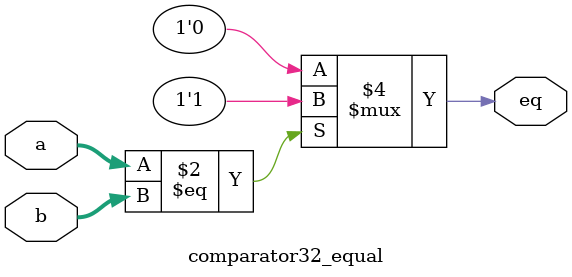
<source format=v>
module comparator32_equal(
    input [31:0] a,
    input [31:0] b,
    output reg eq
);

    always @(*) begin
        if (a == b) begin
            eq = 1;
        end else begin
            eq = 0;
    	end
    end

endmodule

// Verilog code for a 32-bit comparator. The module takes two 32-bit inputs a and b, and outputs three signals: eq (equal), gt (greater than), and lt (less than). The always block compares the two inputs and sets the output signals accordingly.

</source>
